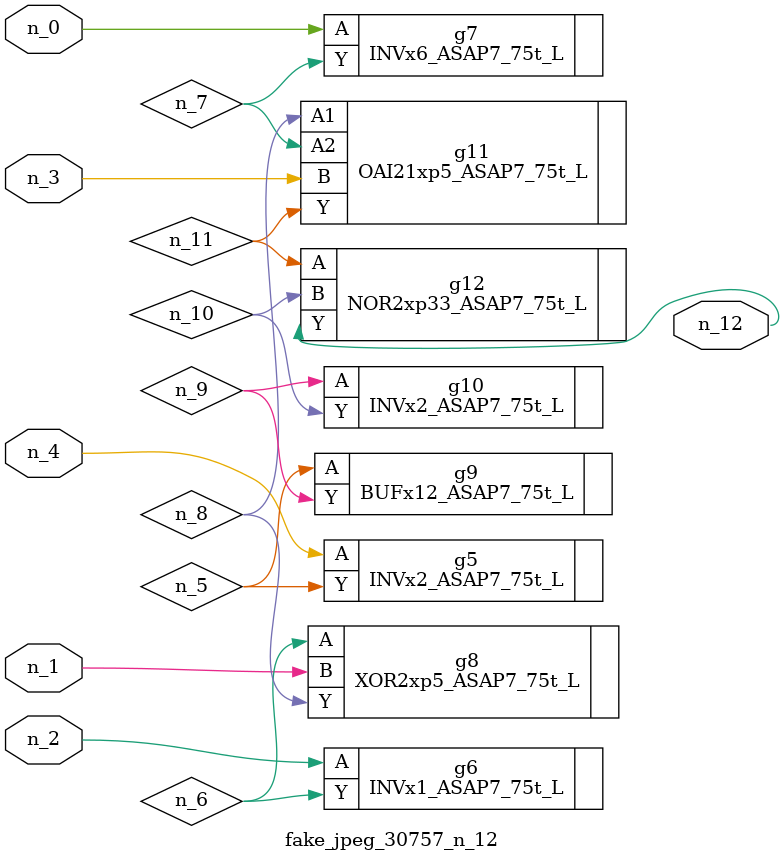
<source format=v>
module fake_jpeg_30757_n_12 (n_3, n_2, n_1, n_0, n_4, n_12);

input n_3;
input n_2;
input n_1;
input n_0;
input n_4;

output n_12;

wire n_11;
wire n_10;
wire n_8;
wire n_9;
wire n_6;
wire n_5;
wire n_7;

INVx2_ASAP7_75t_L g5 ( 
.A(n_4),
.Y(n_5)
);

INVx1_ASAP7_75t_L g6 ( 
.A(n_2),
.Y(n_6)
);

INVx6_ASAP7_75t_L g7 ( 
.A(n_0),
.Y(n_7)
);

XOR2xp5_ASAP7_75t_L g8 ( 
.A(n_6),
.B(n_1),
.Y(n_8)
);

OAI21xp5_ASAP7_75t_L g11 ( 
.A1(n_8),
.A2(n_7),
.B(n_3),
.Y(n_11)
);

BUFx12_ASAP7_75t_L g9 ( 
.A(n_5),
.Y(n_9)
);

INVx2_ASAP7_75t_L g10 ( 
.A(n_9),
.Y(n_10)
);

NOR2xp33_ASAP7_75t_L g12 ( 
.A(n_11),
.B(n_10),
.Y(n_12)
);


endmodule
</source>
